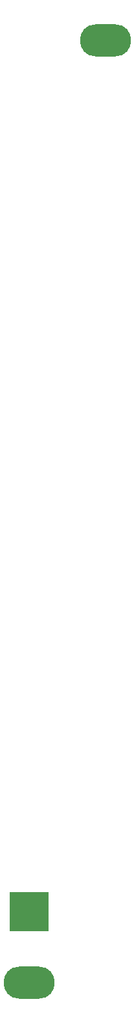
<source format=gts>
G04 #@! TF.GenerationSoftware,KiCad,Pcbnew,7.0.7-7.0.7~ubuntu22.04.1*
G04 #@! TF.CreationDate,2023-09-25T23:33:28+02:00*
G04 #@! TF.ProjectId,Basic-ADSR,42617369-632d-4414-9453-522e6b696361,rev?*
G04 #@! TF.SameCoordinates,Original*
G04 #@! TF.FileFunction,Soldermask,Top*
G04 #@! TF.FilePolarity,Negative*
%FSLAX46Y46*%
G04 Gerber Fmt 4.6, Leading zero omitted, Abs format (unit mm)*
G04 Created by KiCad (PCBNEW 7.0.7-7.0.7~ubuntu22.04.1) date 2023-09-25 23:33:28*
%MOMM*%
%LPD*%
G01*
G04 APERTURE LIST*
%ADD10C,0.100000*%
%ADD11O,6.700000X4.200000*%
G04 APERTURE END LIST*
D10*
X97000000Y-143250000D02*
X92000000Y-143250000D01*
X92000000Y-138250000D01*
X97000000Y-138250000D01*
X97000000Y-143250000D01*
G36*
X97000000Y-143250000D02*
G01*
X92000000Y-143250000D01*
X92000000Y-138250000D01*
X97000000Y-138250000D01*
X97000000Y-143250000D01*
G37*
D11*
X104500000Y-27500000D03*
X94500000Y-150000000D03*
M02*

</source>
